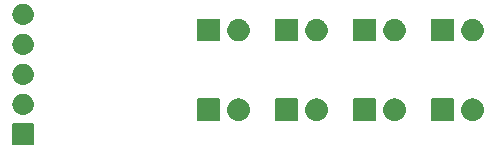
<source format=gbr>
G04 #@! TF.GenerationSoftware,KiCad,Pcbnew,6.0.0-unknown-ea0edab~86~ubuntu18.04.1*
G04 #@! TF.CreationDate,2019-07-07T11:36:40+02:00*
G04 #@! TF.ProjectId,ir-transmitter,69722d74-7261-46e7-936d-69747465722e,rev?*
G04 #@! TF.SameCoordinates,Original*
G04 #@! TF.FileFunction,Soldermask,Bot*
G04 #@! TF.FilePolarity,Negative*
%FSLAX46Y46*%
G04 Gerber Fmt 4.6, Leading zero omitted, Abs format (unit mm)*
G04 Created by KiCad (PCBNEW 6.0.0-unknown-ea0edab~86~ubuntu18.04.1) date 2019-07-07 11:36:40*
%MOMM*%
%LPD*%
G04 APERTURE LIST*
%ADD10C,0.100000*%
G04 APERTURE END LIST*
D10*
G36*
X83869899Y-144101959D02*
G01*
X83886769Y-144113231D01*
X83898041Y-144130101D01*
X83904448Y-144162312D01*
X83904448Y-145837688D01*
X83901999Y-145850000D01*
X83898041Y-145869899D01*
X83886769Y-145886769D01*
X83869899Y-145898041D01*
X83850000Y-145901999D01*
X83837688Y-145904448D01*
X82162312Y-145904448D01*
X82130101Y-145898041D01*
X82113231Y-145886769D01*
X82101959Y-145869899D01*
X82095552Y-145837688D01*
X82095552Y-144162312D01*
X82101959Y-144130101D01*
X82113231Y-144113231D01*
X82130101Y-144101959D01*
X82162312Y-144095552D01*
X83837688Y-144095552D01*
X83869899Y-144101959D01*
X83869899Y-144101959D01*
G37*
G36*
X121145675Y-141970627D02*
G01*
X121186905Y-141972680D01*
X121235080Y-141984468D01*
X121289954Y-141992963D01*
X121328728Y-142007383D01*
X121363176Y-142015812D01*
X121413544Y-142038925D01*
X121471037Y-142060307D01*
X121501173Y-142079138D01*
X121528107Y-142091498D01*
X121577922Y-142127097D01*
X121634880Y-142162688D01*
X121656387Y-142183168D01*
X121675749Y-142197005D01*
X121721931Y-142245585D01*
X121774790Y-142295922D01*
X121788404Y-142315511D01*
X121800782Y-142328531D01*
X121840083Y-142389866D01*
X121885052Y-142454569D01*
X121892145Y-142471119D01*
X121898683Y-142481322D01*
X121927818Y-142554349D01*
X121961162Y-142632146D01*
X121963606Y-142644051D01*
X121965928Y-142649872D01*
X121981813Y-142732748D01*
X122000010Y-142821400D01*
X121999988Y-142827580D01*
X122000056Y-142827932D01*
X121999404Y-143014704D01*
X121999335Y-143015053D01*
X121999313Y-143021237D01*
X121980491Y-143109785D01*
X121964034Y-143192522D01*
X121961671Y-143198327D01*
X121959144Y-143210215D01*
X121925246Y-143287806D01*
X121895613Y-143360599D01*
X121889009Y-143370748D01*
X121881797Y-143387257D01*
X121836357Y-143451672D01*
X121796645Y-143512707D01*
X121784180Y-143525637D01*
X121770430Y-143545129D01*
X121717221Y-143595096D01*
X121670704Y-143643349D01*
X121651248Y-143657048D01*
X121629593Y-143677384D01*
X121572380Y-143712582D01*
X121522323Y-143747828D01*
X121495302Y-143760000D01*
X121465039Y-143778618D01*
X121407399Y-143799597D01*
X121356868Y-143822360D01*
X121322362Y-143830549D01*
X121283490Y-143844697D01*
X121228568Y-143852807D01*
X121180307Y-143864260D01*
X121139057Y-143866025D01*
X121092363Y-143872920D01*
X121042741Y-143870146D01*
X120999000Y-143872017D01*
X120952403Y-143865095D01*
X120899464Y-143862135D01*
X120857057Y-143850931D01*
X120819504Y-143845352D01*
X120769566Y-143827815D01*
X120712673Y-143812783D01*
X120678600Y-143795869D01*
X120648288Y-143785224D01*
X120597557Y-143755639D01*
X120539621Y-143726879D01*
X120514245Y-143707053D01*
X120491528Y-143693805D01*
X120442930Y-143651335D01*
X120387378Y-143607933D01*
X120370292Y-143587857D01*
X120354884Y-143574392D01*
X120311628Y-143518928D01*
X120262161Y-143460804D01*
X120252277Y-143442825D01*
X120243285Y-143431295D01*
X120208661Y-143363488D01*
X120169086Y-143291501D01*
X120164749Y-143277492D01*
X120160760Y-143269679D01*
X120137983Y-143191022D01*
X120111955Y-143106941D01*
X120111095Y-143098173D01*
X120110285Y-143095375D01*
X120102295Y-143008423D01*
X120093102Y-142914663D01*
X120102949Y-142820976D01*
X120111546Y-142734079D01*
X120112376Y-142731287D01*
X120113297Y-142722521D01*
X120139920Y-142638594D01*
X120163237Y-142560129D01*
X120167280Y-142552346D01*
X120171715Y-142538365D01*
X120211811Y-142466621D01*
X120246891Y-142399090D01*
X120255956Y-142387632D01*
X120265969Y-142369716D01*
X120315849Y-142311930D01*
X120359484Y-142256776D01*
X120374984Y-142243420D01*
X120392210Y-142223464D01*
X120448069Y-142180447D01*
X120496959Y-142138321D01*
X120519768Y-142125232D01*
X120545281Y-142105584D01*
X120603401Y-142077237D01*
X120654350Y-142047999D01*
X120684746Y-142037562D01*
X120718928Y-142020891D01*
X120775921Y-142006258D01*
X120825983Y-141989069D01*
X120863572Y-141983753D01*
X120906059Y-141972844D01*
X120959020Y-141970254D01*
X121005663Y-141963657D01*
X121049388Y-141965834D01*
X121099028Y-141963406D01*
X121145675Y-141970627D01*
X121145675Y-141970627D01*
G37*
G36*
X101333675Y-141970627D02*
G01*
X101374905Y-141972680D01*
X101423080Y-141984468D01*
X101477954Y-141992963D01*
X101516728Y-142007383D01*
X101551176Y-142015812D01*
X101601544Y-142038925D01*
X101659037Y-142060307D01*
X101689173Y-142079138D01*
X101716107Y-142091498D01*
X101765922Y-142127097D01*
X101822880Y-142162688D01*
X101844387Y-142183168D01*
X101863749Y-142197005D01*
X101909931Y-142245585D01*
X101962790Y-142295922D01*
X101976404Y-142315511D01*
X101988782Y-142328531D01*
X102028083Y-142389866D01*
X102073052Y-142454569D01*
X102080145Y-142471119D01*
X102086683Y-142481322D01*
X102115818Y-142554349D01*
X102149162Y-142632146D01*
X102151606Y-142644051D01*
X102153928Y-142649872D01*
X102169813Y-142732748D01*
X102188010Y-142821400D01*
X102187988Y-142827580D01*
X102188056Y-142827932D01*
X102187404Y-143014704D01*
X102187335Y-143015053D01*
X102187313Y-143021237D01*
X102168491Y-143109785D01*
X102152034Y-143192522D01*
X102149671Y-143198327D01*
X102147144Y-143210215D01*
X102113246Y-143287806D01*
X102083613Y-143360599D01*
X102077009Y-143370748D01*
X102069797Y-143387257D01*
X102024357Y-143451672D01*
X101984645Y-143512707D01*
X101972180Y-143525637D01*
X101958430Y-143545129D01*
X101905221Y-143595096D01*
X101858704Y-143643349D01*
X101839248Y-143657048D01*
X101817593Y-143677384D01*
X101760380Y-143712582D01*
X101710323Y-143747828D01*
X101683302Y-143760000D01*
X101653039Y-143778618D01*
X101595399Y-143799597D01*
X101544868Y-143822360D01*
X101510362Y-143830549D01*
X101471490Y-143844697D01*
X101416568Y-143852807D01*
X101368307Y-143864260D01*
X101327057Y-143866025D01*
X101280363Y-143872920D01*
X101230741Y-143870146D01*
X101187000Y-143872017D01*
X101140403Y-143865095D01*
X101087464Y-143862135D01*
X101045057Y-143850931D01*
X101007504Y-143845352D01*
X100957566Y-143827815D01*
X100900673Y-143812783D01*
X100866600Y-143795869D01*
X100836288Y-143785224D01*
X100785557Y-143755639D01*
X100727621Y-143726879D01*
X100702245Y-143707053D01*
X100679528Y-143693805D01*
X100630930Y-143651335D01*
X100575378Y-143607933D01*
X100558292Y-143587857D01*
X100542884Y-143574392D01*
X100499628Y-143518928D01*
X100450161Y-143460804D01*
X100440277Y-143442825D01*
X100431285Y-143431295D01*
X100396661Y-143363488D01*
X100357086Y-143291501D01*
X100352749Y-143277492D01*
X100348760Y-143269679D01*
X100325983Y-143191022D01*
X100299955Y-143106941D01*
X100299095Y-143098173D01*
X100298285Y-143095375D01*
X100290295Y-143008423D01*
X100281102Y-142914663D01*
X100290949Y-142820976D01*
X100299546Y-142734079D01*
X100300376Y-142731287D01*
X100301297Y-142722521D01*
X100327920Y-142638594D01*
X100351237Y-142560129D01*
X100355280Y-142552346D01*
X100359715Y-142538365D01*
X100399811Y-142466621D01*
X100434891Y-142399090D01*
X100443956Y-142387632D01*
X100453969Y-142369716D01*
X100503849Y-142311930D01*
X100547484Y-142256776D01*
X100562984Y-142243420D01*
X100580210Y-142223464D01*
X100636069Y-142180447D01*
X100684959Y-142138321D01*
X100707768Y-142125232D01*
X100733281Y-142105584D01*
X100791401Y-142077237D01*
X100842350Y-142047999D01*
X100872746Y-142037562D01*
X100906928Y-142020891D01*
X100963921Y-142006258D01*
X101013983Y-141989069D01*
X101051572Y-141983753D01*
X101094059Y-141972844D01*
X101147020Y-141970254D01*
X101193663Y-141963657D01*
X101237388Y-141965834D01*
X101287028Y-141963406D01*
X101333675Y-141970627D01*
X101333675Y-141970627D01*
G37*
G36*
X107937675Y-141970627D02*
G01*
X107978905Y-141972680D01*
X108027080Y-141984468D01*
X108081954Y-141992963D01*
X108120728Y-142007383D01*
X108155176Y-142015812D01*
X108205544Y-142038925D01*
X108263037Y-142060307D01*
X108293173Y-142079138D01*
X108320107Y-142091498D01*
X108369922Y-142127097D01*
X108426880Y-142162688D01*
X108448387Y-142183168D01*
X108467749Y-142197005D01*
X108513931Y-142245585D01*
X108566790Y-142295922D01*
X108580404Y-142315511D01*
X108592782Y-142328531D01*
X108632083Y-142389866D01*
X108677052Y-142454569D01*
X108684145Y-142471119D01*
X108690683Y-142481322D01*
X108719818Y-142554349D01*
X108753162Y-142632146D01*
X108755606Y-142644051D01*
X108757928Y-142649872D01*
X108773813Y-142732748D01*
X108792010Y-142821400D01*
X108791988Y-142827580D01*
X108792056Y-142827932D01*
X108791404Y-143014704D01*
X108791335Y-143015053D01*
X108791313Y-143021237D01*
X108772491Y-143109785D01*
X108756034Y-143192522D01*
X108753671Y-143198327D01*
X108751144Y-143210215D01*
X108717246Y-143287806D01*
X108687613Y-143360599D01*
X108681009Y-143370748D01*
X108673797Y-143387257D01*
X108628357Y-143451672D01*
X108588645Y-143512707D01*
X108576180Y-143525637D01*
X108562430Y-143545129D01*
X108509221Y-143595096D01*
X108462704Y-143643349D01*
X108443248Y-143657048D01*
X108421593Y-143677384D01*
X108364380Y-143712582D01*
X108314323Y-143747828D01*
X108287302Y-143760000D01*
X108257039Y-143778618D01*
X108199399Y-143799597D01*
X108148868Y-143822360D01*
X108114362Y-143830549D01*
X108075490Y-143844697D01*
X108020568Y-143852807D01*
X107972307Y-143864260D01*
X107931057Y-143866025D01*
X107884363Y-143872920D01*
X107834741Y-143870146D01*
X107791000Y-143872017D01*
X107744403Y-143865095D01*
X107691464Y-143862135D01*
X107649057Y-143850931D01*
X107611504Y-143845352D01*
X107561566Y-143827815D01*
X107504673Y-143812783D01*
X107470600Y-143795869D01*
X107440288Y-143785224D01*
X107389557Y-143755639D01*
X107331621Y-143726879D01*
X107306245Y-143707053D01*
X107283528Y-143693805D01*
X107234930Y-143651335D01*
X107179378Y-143607933D01*
X107162292Y-143587857D01*
X107146884Y-143574392D01*
X107103628Y-143518928D01*
X107054161Y-143460804D01*
X107044277Y-143442825D01*
X107035285Y-143431295D01*
X107000661Y-143363488D01*
X106961086Y-143291501D01*
X106956749Y-143277492D01*
X106952760Y-143269679D01*
X106929983Y-143191022D01*
X106903955Y-143106941D01*
X106903095Y-143098173D01*
X106902285Y-143095375D01*
X106894295Y-143008423D01*
X106885102Y-142914663D01*
X106894949Y-142820976D01*
X106903546Y-142734079D01*
X106904376Y-142731287D01*
X106905297Y-142722521D01*
X106931920Y-142638594D01*
X106955237Y-142560129D01*
X106959280Y-142552346D01*
X106963715Y-142538365D01*
X107003811Y-142466621D01*
X107038891Y-142399090D01*
X107047956Y-142387632D01*
X107057969Y-142369716D01*
X107107849Y-142311930D01*
X107151484Y-142256776D01*
X107166984Y-142243420D01*
X107184210Y-142223464D01*
X107240069Y-142180447D01*
X107288959Y-142138321D01*
X107311768Y-142125232D01*
X107337281Y-142105584D01*
X107395401Y-142077237D01*
X107446350Y-142047999D01*
X107476746Y-142037562D01*
X107510928Y-142020891D01*
X107567921Y-142006258D01*
X107617983Y-141989069D01*
X107655572Y-141983753D01*
X107698059Y-141972844D01*
X107751020Y-141970254D01*
X107797663Y-141963657D01*
X107841388Y-141965834D01*
X107891028Y-141963406D01*
X107937675Y-141970627D01*
X107937675Y-141970627D01*
G37*
G36*
X114541675Y-141970627D02*
G01*
X114582905Y-141972680D01*
X114631080Y-141984468D01*
X114685954Y-141992963D01*
X114724728Y-142007383D01*
X114759176Y-142015812D01*
X114809544Y-142038925D01*
X114867037Y-142060307D01*
X114897173Y-142079138D01*
X114924107Y-142091498D01*
X114973922Y-142127097D01*
X115030880Y-142162688D01*
X115052387Y-142183168D01*
X115071749Y-142197005D01*
X115117931Y-142245585D01*
X115170790Y-142295922D01*
X115184404Y-142315511D01*
X115196782Y-142328531D01*
X115236083Y-142389866D01*
X115281052Y-142454569D01*
X115288145Y-142471119D01*
X115294683Y-142481322D01*
X115323818Y-142554349D01*
X115357162Y-142632146D01*
X115359606Y-142644051D01*
X115361928Y-142649872D01*
X115377813Y-142732748D01*
X115396010Y-142821400D01*
X115395988Y-142827580D01*
X115396056Y-142827932D01*
X115395404Y-143014704D01*
X115395335Y-143015053D01*
X115395313Y-143021237D01*
X115376491Y-143109785D01*
X115360034Y-143192522D01*
X115357671Y-143198327D01*
X115355144Y-143210215D01*
X115321246Y-143287806D01*
X115291613Y-143360599D01*
X115285009Y-143370748D01*
X115277797Y-143387257D01*
X115232357Y-143451672D01*
X115192645Y-143512707D01*
X115180180Y-143525637D01*
X115166430Y-143545129D01*
X115113221Y-143595096D01*
X115066704Y-143643349D01*
X115047248Y-143657048D01*
X115025593Y-143677384D01*
X114968380Y-143712582D01*
X114918323Y-143747828D01*
X114891302Y-143760000D01*
X114861039Y-143778618D01*
X114803399Y-143799597D01*
X114752868Y-143822360D01*
X114718362Y-143830549D01*
X114679490Y-143844697D01*
X114624568Y-143852807D01*
X114576307Y-143864260D01*
X114535057Y-143866025D01*
X114488363Y-143872920D01*
X114438741Y-143870146D01*
X114395000Y-143872017D01*
X114348403Y-143865095D01*
X114295464Y-143862135D01*
X114253057Y-143850931D01*
X114215504Y-143845352D01*
X114165566Y-143827815D01*
X114108673Y-143812783D01*
X114074600Y-143795869D01*
X114044288Y-143785224D01*
X113993557Y-143755639D01*
X113935621Y-143726879D01*
X113910245Y-143707053D01*
X113887528Y-143693805D01*
X113838930Y-143651335D01*
X113783378Y-143607933D01*
X113766292Y-143587857D01*
X113750884Y-143574392D01*
X113707628Y-143518928D01*
X113658161Y-143460804D01*
X113648277Y-143442825D01*
X113639285Y-143431295D01*
X113604661Y-143363488D01*
X113565086Y-143291501D01*
X113560749Y-143277492D01*
X113556760Y-143269679D01*
X113533983Y-143191022D01*
X113507955Y-143106941D01*
X113507095Y-143098173D01*
X113506285Y-143095375D01*
X113498295Y-143008423D01*
X113489102Y-142914663D01*
X113498949Y-142820976D01*
X113507546Y-142734079D01*
X113508376Y-142731287D01*
X113509297Y-142722521D01*
X113535920Y-142638594D01*
X113559237Y-142560129D01*
X113563280Y-142552346D01*
X113567715Y-142538365D01*
X113607811Y-142466621D01*
X113642891Y-142399090D01*
X113651956Y-142387632D01*
X113661969Y-142369716D01*
X113711849Y-142311930D01*
X113755484Y-142256776D01*
X113770984Y-142243420D01*
X113788210Y-142223464D01*
X113844069Y-142180447D01*
X113892959Y-142138321D01*
X113915768Y-142125232D01*
X113941281Y-142105584D01*
X113999401Y-142077237D01*
X114050350Y-142047999D01*
X114080746Y-142037562D01*
X114114928Y-142020891D01*
X114171921Y-142006258D01*
X114221983Y-141989069D01*
X114259572Y-141983753D01*
X114302059Y-141972844D01*
X114355020Y-141970254D01*
X114401663Y-141963657D01*
X114445388Y-141965834D01*
X114495028Y-141963406D01*
X114541675Y-141970627D01*
X114541675Y-141970627D01*
G37*
G36*
X112824899Y-141969959D02*
G01*
X112841769Y-141981231D01*
X112853041Y-141998101D01*
X112859448Y-142030312D01*
X112859448Y-143805688D01*
X112856999Y-143818000D01*
X112853041Y-143837899D01*
X112841769Y-143854769D01*
X112824899Y-143866041D01*
X112805000Y-143869999D01*
X112792688Y-143872448D01*
X111017312Y-143872448D01*
X110985101Y-143866041D01*
X110968231Y-143854769D01*
X110956959Y-143837899D01*
X110950552Y-143805688D01*
X110950552Y-142030312D01*
X110956959Y-141998101D01*
X110968231Y-141981231D01*
X110985101Y-141969959D01*
X111017312Y-141963552D01*
X112792688Y-141963552D01*
X112824899Y-141969959D01*
X112824899Y-141969959D01*
G37*
G36*
X106220899Y-141969959D02*
G01*
X106237769Y-141981231D01*
X106249041Y-141998101D01*
X106255448Y-142030312D01*
X106255448Y-143805688D01*
X106252999Y-143818000D01*
X106249041Y-143837899D01*
X106237769Y-143854769D01*
X106220899Y-143866041D01*
X106201000Y-143869999D01*
X106188688Y-143872448D01*
X104413312Y-143872448D01*
X104381101Y-143866041D01*
X104364231Y-143854769D01*
X104352959Y-143837899D01*
X104346552Y-143805688D01*
X104346552Y-142030312D01*
X104352959Y-141998101D01*
X104364231Y-141981231D01*
X104381101Y-141969959D01*
X104413312Y-141963552D01*
X106188688Y-141963552D01*
X106220899Y-141969959D01*
X106220899Y-141969959D01*
G37*
G36*
X99616899Y-141969959D02*
G01*
X99633769Y-141981231D01*
X99645041Y-141998101D01*
X99651448Y-142030312D01*
X99651448Y-143805688D01*
X99648999Y-143818000D01*
X99645041Y-143837899D01*
X99633769Y-143854769D01*
X99616899Y-143866041D01*
X99597000Y-143869999D01*
X99584688Y-143872448D01*
X97809312Y-143872448D01*
X97777101Y-143866041D01*
X97760231Y-143854769D01*
X97748959Y-143837899D01*
X97742552Y-143805688D01*
X97742552Y-142030312D01*
X97748959Y-141998101D01*
X97760231Y-141981231D01*
X97777101Y-141969959D01*
X97809312Y-141963552D01*
X99584688Y-141963552D01*
X99616899Y-141969959D01*
X99616899Y-141969959D01*
G37*
G36*
X119428899Y-141969959D02*
G01*
X119445769Y-141981231D01*
X119457041Y-141998101D01*
X119463448Y-142030312D01*
X119463448Y-143805688D01*
X119460999Y-143818000D01*
X119457041Y-143837899D01*
X119445769Y-143854769D01*
X119428899Y-143866041D01*
X119409000Y-143869999D01*
X119396688Y-143872448D01*
X117621312Y-143872448D01*
X117589101Y-143866041D01*
X117572231Y-143854769D01*
X117560959Y-143837899D01*
X117554552Y-143805688D01*
X117554552Y-142030312D01*
X117560959Y-141998101D01*
X117572231Y-141981231D01*
X117589101Y-141969959D01*
X117621312Y-141963552D01*
X119396688Y-141963552D01*
X119428899Y-141969959D01*
X119428899Y-141969959D01*
G37*
G36*
X83188360Y-141573835D02*
G01*
X83269397Y-141600166D01*
X83356663Y-141627848D01*
X83359655Y-141629493D01*
X83368488Y-141632363D01*
X83440466Y-141673919D01*
X83511499Y-141712970D01*
X83518986Y-141719253D01*
X83532511Y-141727061D01*
X83590259Y-141779057D01*
X83646857Y-141826549D01*
X83656962Y-141839118D01*
X83673261Y-141853793D01*
X83715454Y-141911867D01*
X83757579Y-141964260D01*
X83767994Y-141984182D01*
X83784586Y-142007019D01*
X83811297Y-142067012D01*
X83839439Y-142120843D01*
X83847582Y-142148510D01*
X83861621Y-142180042D01*
X83873992Y-142238241D01*
X83889328Y-142290349D01*
X83892518Y-142325401D01*
X83900999Y-142365301D01*
X83900999Y-142418592D01*
X83905343Y-142466324D01*
X83900999Y-142507653D01*
X83900999Y-142554699D01*
X83891217Y-142600721D01*
X83886873Y-142642047D01*
X83872702Y-142687827D01*
X83861621Y-142739958D01*
X83845028Y-142777226D01*
X83834622Y-142810843D01*
X83808789Y-142858620D01*
X83784586Y-142912981D01*
X83764298Y-142940905D01*
X83750580Y-142966276D01*
X83711859Y-143013082D01*
X83673261Y-143066207D01*
X83652284Y-143085095D01*
X83637952Y-143102419D01*
X83585845Y-143144917D01*
X83532511Y-143192939D01*
X83513524Y-143203901D01*
X83501025Y-143214095D01*
X83435780Y-143248786D01*
X83368488Y-143287637D01*
X83353636Y-143292463D01*
X83345003Y-143297053D01*
X83267430Y-143320473D01*
X83188360Y-143346165D01*
X83179114Y-143347137D01*
X83175851Y-143348122D01*
X83084710Y-143357059D01*
X83047211Y-143361000D01*
X82952789Y-143361000D01*
X82811640Y-143346165D01*
X82730603Y-143319834D01*
X82643337Y-143292152D01*
X82640345Y-143290507D01*
X82631512Y-143287637D01*
X82559534Y-143246081D01*
X82488501Y-143207030D01*
X82481014Y-143200747D01*
X82467489Y-143192939D01*
X82409741Y-143140943D01*
X82353143Y-143093451D01*
X82343038Y-143080882D01*
X82326739Y-143066207D01*
X82284546Y-143008133D01*
X82242421Y-142955740D01*
X82232006Y-142935818D01*
X82215414Y-142912981D01*
X82188703Y-142852988D01*
X82160561Y-142799157D01*
X82152418Y-142771490D01*
X82138379Y-142739958D01*
X82126008Y-142681759D01*
X82110672Y-142629651D01*
X82107482Y-142594599D01*
X82099001Y-142554699D01*
X82099001Y-142501408D01*
X82094657Y-142453676D01*
X82099001Y-142412347D01*
X82099001Y-142365301D01*
X82108783Y-142319279D01*
X82113127Y-142277953D01*
X82127298Y-142232173D01*
X82138379Y-142180042D01*
X82154972Y-142142774D01*
X82165378Y-142109157D01*
X82191211Y-142061380D01*
X82215414Y-142007019D01*
X82235702Y-141979095D01*
X82249420Y-141953724D01*
X82288141Y-141906918D01*
X82326739Y-141853793D01*
X82347716Y-141834905D01*
X82362048Y-141817581D01*
X82414155Y-141775083D01*
X82467489Y-141727061D01*
X82486476Y-141716099D01*
X82498975Y-141705905D01*
X82564220Y-141671214D01*
X82631512Y-141632363D01*
X82646364Y-141627537D01*
X82654997Y-141622947D01*
X82732570Y-141599527D01*
X82811640Y-141573835D01*
X82820886Y-141572863D01*
X82824149Y-141571878D01*
X82915290Y-141562941D01*
X82952789Y-141559000D01*
X83047211Y-141559000D01*
X83188360Y-141573835D01*
X83188360Y-141573835D01*
G37*
G36*
X83188360Y-139033835D02*
G01*
X83269397Y-139060166D01*
X83356663Y-139087848D01*
X83359655Y-139089493D01*
X83368488Y-139092363D01*
X83440466Y-139133919D01*
X83511499Y-139172970D01*
X83518986Y-139179253D01*
X83532511Y-139187061D01*
X83590259Y-139239057D01*
X83646857Y-139286549D01*
X83656962Y-139299118D01*
X83673261Y-139313793D01*
X83715454Y-139371867D01*
X83757579Y-139424260D01*
X83767994Y-139444182D01*
X83784586Y-139467019D01*
X83811297Y-139527012D01*
X83839439Y-139580843D01*
X83847582Y-139608510D01*
X83861621Y-139640042D01*
X83873992Y-139698241D01*
X83889328Y-139750349D01*
X83892518Y-139785401D01*
X83900999Y-139825301D01*
X83900999Y-139878592D01*
X83905343Y-139926324D01*
X83900999Y-139967653D01*
X83900999Y-140014699D01*
X83891217Y-140060721D01*
X83886873Y-140102047D01*
X83872702Y-140147827D01*
X83861621Y-140199958D01*
X83845028Y-140237226D01*
X83834622Y-140270843D01*
X83808789Y-140318620D01*
X83784586Y-140372981D01*
X83764298Y-140400905D01*
X83750580Y-140426276D01*
X83711859Y-140473082D01*
X83673261Y-140526207D01*
X83652284Y-140545095D01*
X83637952Y-140562419D01*
X83585845Y-140604917D01*
X83532511Y-140652939D01*
X83513524Y-140663901D01*
X83501025Y-140674095D01*
X83435780Y-140708786D01*
X83368488Y-140747637D01*
X83353636Y-140752463D01*
X83345003Y-140757053D01*
X83267430Y-140780473D01*
X83188360Y-140806165D01*
X83179114Y-140807137D01*
X83175851Y-140808122D01*
X83084710Y-140817059D01*
X83047211Y-140821000D01*
X82952789Y-140821000D01*
X82811640Y-140806165D01*
X82730603Y-140779834D01*
X82643337Y-140752152D01*
X82640345Y-140750507D01*
X82631512Y-140747637D01*
X82559534Y-140706081D01*
X82488501Y-140667030D01*
X82481014Y-140660747D01*
X82467489Y-140652939D01*
X82409741Y-140600943D01*
X82353143Y-140553451D01*
X82343038Y-140540882D01*
X82326739Y-140526207D01*
X82284546Y-140468133D01*
X82242421Y-140415740D01*
X82232006Y-140395818D01*
X82215414Y-140372981D01*
X82188703Y-140312988D01*
X82160561Y-140259157D01*
X82152418Y-140231490D01*
X82138379Y-140199958D01*
X82126008Y-140141759D01*
X82110672Y-140089651D01*
X82107482Y-140054599D01*
X82099001Y-140014699D01*
X82099001Y-139961408D01*
X82094657Y-139913676D01*
X82099001Y-139872347D01*
X82099001Y-139825301D01*
X82108783Y-139779279D01*
X82113127Y-139737953D01*
X82127298Y-139692173D01*
X82138379Y-139640042D01*
X82154972Y-139602774D01*
X82165378Y-139569157D01*
X82191211Y-139521380D01*
X82215414Y-139467019D01*
X82235702Y-139439095D01*
X82249420Y-139413724D01*
X82288141Y-139366918D01*
X82326739Y-139313793D01*
X82347716Y-139294905D01*
X82362048Y-139277581D01*
X82414155Y-139235083D01*
X82467489Y-139187061D01*
X82486476Y-139176099D01*
X82498975Y-139165905D01*
X82564220Y-139131214D01*
X82631512Y-139092363D01*
X82646364Y-139087537D01*
X82654997Y-139082947D01*
X82732570Y-139059527D01*
X82811640Y-139033835D01*
X82820886Y-139032863D01*
X82824149Y-139031878D01*
X82915290Y-139022941D01*
X82952789Y-139019000D01*
X83047211Y-139019000D01*
X83188360Y-139033835D01*
X83188360Y-139033835D01*
G37*
G36*
X83188360Y-136493835D02*
G01*
X83269397Y-136520166D01*
X83356663Y-136547848D01*
X83359655Y-136549493D01*
X83368488Y-136552363D01*
X83440466Y-136593919D01*
X83511499Y-136632970D01*
X83518986Y-136639253D01*
X83532511Y-136647061D01*
X83590259Y-136699057D01*
X83646857Y-136746549D01*
X83656962Y-136759118D01*
X83673261Y-136773793D01*
X83715454Y-136831867D01*
X83757579Y-136884260D01*
X83767994Y-136904182D01*
X83784586Y-136927019D01*
X83811297Y-136987012D01*
X83839439Y-137040843D01*
X83847582Y-137068510D01*
X83861621Y-137100042D01*
X83873992Y-137158241D01*
X83889328Y-137210349D01*
X83892518Y-137245401D01*
X83900999Y-137285301D01*
X83900999Y-137338592D01*
X83905343Y-137386324D01*
X83900999Y-137427653D01*
X83900999Y-137474699D01*
X83891217Y-137520721D01*
X83886873Y-137562047D01*
X83872702Y-137607827D01*
X83861621Y-137659958D01*
X83845028Y-137697226D01*
X83834622Y-137730843D01*
X83808789Y-137778620D01*
X83784586Y-137832981D01*
X83764298Y-137860905D01*
X83750580Y-137886276D01*
X83711859Y-137933082D01*
X83673261Y-137986207D01*
X83652284Y-138005095D01*
X83637952Y-138022419D01*
X83585845Y-138064917D01*
X83532511Y-138112939D01*
X83513524Y-138123901D01*
X83501025Y-138134095D01*
X83435780Y-138168786D01*
X83368488Y-138207637D01*
X83353636Y-138212463D01*
X83345003Y-138217053D01*
X83267430Y-138240473D01*
X83188360Y-138266165D01*
X83179114Y-138267137D01*
X83175851Y-138268122D01*
X83084710Y-138277059D01*
X83047211Y-138281000D01*
X82952789Y-138281000D01*
X82811640Y-138266165D01*
X82730603Y-138239834D01*
X82643337Y-138212152D01*
X82640345Y-138210507D01*
X82631512Y-138207637D01*
X82559534Y-138166081D01*
X82488501Y-138127030D01*
X82481014Y-138120747D01*
X82467489Y-138112939D01*
X82409741Y-138060943D01*
X82353143Y-138013451D01*
X82343038Y-138000882D01*
X82326739Y-137986207D01*
X82284546Y-137928133D01*
X82242421Y-137875740D01*
X82232006Y-137855818D01*
X82215414Y-137832981D01*
X82188703Y-137772988D01*
X82160561Y-137719157D01*
X82152418Y-137691490D01*
X82138379Y-137659958D01*
X82126008Y-137601759D01*
X82110672Y-137549651D01*
X82107482Y-137514599D01*
X82099001Y-137474699D01*
X82099001Y-137421408D01*
X82094657Y-137373676D01*
X82099001Y-137332347D01*
X82099001Y-137285301D01*
X82108783Y-137239279D01*
X82113127Y-137197953D01*
X82127298Y-137152173D01*
X82138379Y-137100042D01*
X82154972Y-137062774D01*
X82165378Y-137029157D01*
X82191211Y-136981380D01*
X82215414Y-136927019D01*
X82235702Y-136899095D01*
X82249420Y-136873724D01*
X82288141Y-136826918D01*
X82326739Y-136773793D01*
X82347716Y-136754905D01*
X82362048Y-136737581D01*
X82414155Y-136695083D01*
X82467489Y-136647061D01*
X82486476Y-136636099D01*
X82498975Y-136625905D01*
X82564220Y-136591214D01*
X82631512Y-136552363D01*
X82646364Y-136547537D01*
X82654997Y-136542947D01*
X82732570Y-136519527D01*
X82811640Y-136493835D01*
X82820886Y-136492863D01*
X82824149Y-136491878D01*
X82915290Y-136482941D01*
X82952789Y-136479000D01*
X83047211Y-136479000D01*
X83188360Y-136493835D01*
X83188360Y-136493835D01*
G37*
G36*
X114541675Y-135239627D02*
G01*
X114582905Y-135241680D01*
X114631080Y-135253468D01*
X114685954Y-135261963D01*
X114724728Y-135276383D01*
X114759176Y-135284812D01*
X114809544Y-135307925D01*
X114867037Y-135329307D01*
X114897173Y-135348138D01*
X114924107Y-135360498D01*
X114973922Y-135396097D01*
X115030880Y-135431688D01*
X115052387Y-135452168D01*
X115071749Y-135466005D01*
X115117931Y-135514585D01*
X115170790Y-135564922D01*
X115184404Y-135584511D01*
X115196782Y-135597531D01*
X115236083Y-135658866D01*
X115281052Y-135723569D01*
X115288145Y-135740119D01*
X115294683Y-135750322D01*
X115323818Y-135823349D01*
X115357162Y-135901146D01*
X115359606Y-135913051D01*
X115361928Y-135918872D01*
X115377813Y-136001748D01*
X115396010Y-136090400D01*
X115395988Y-136096580D01*
X115396056Y-136096932D01*
X115395404Y-136283704D01*
X115395335Y-136284053D01*
X115395313Y-136290237D01*
X115376491Y-136378785D01*
X115360034Y-136461522D01*
X115357671Y-136467327D01*
X115355144Y-136479215D01*
X115321246Y-136556806D01*
X115291613Y-136629599D01*
X115285009Y-136639748D01*
X115277797Y-136656257D01*
X115232357Y-136720672D01*
X115192645Y-136781707D01*
X115180180Y-136794637D01*
X115166430Y-136814129D01*
X115113221Y-136864096D01*
X115066704Y-136912349D01*
X115047248Y-136926048D01*
X115025593Y-136946384D01*
X114968380Y-136981582D01*
X114918323Y-137016828D01*
X114891302Y-137029000D01*
X114861039Y-137047618D01*
X114803399Y-137068597D01*
X114752868Y-137091360D01*
X114718362Y-137099549D01*
X114679490Y-137113697D01*
X114624568Y-137121807D01*
X114576307Y-137133260D01*
X114535057Y-137135025D01*
X114488363Y-137141920D01*
X114438741Y-137139146D01*
X114395000Y-137141017D01*
X114348403Y-137134095D01*
X114295464Y-137131135D01*
X114253057Y-137119931D01*
X114215504Y-137114352D01*
X114165566Y-137096815D01*
X114108673Y-137081783D01*
X114074600Y-137064869D01*
X114044288Y-137054224D01*
X113993557Y-137024639D01*
X113935621Y-136995879D01*
X113910245Y-136976053D01*
X113887528Y-136962805D01*
X113838930Y-136920335D01*
X113783378Y-136876933D01*
X113766292Y-136856857D01*
X113750884Y-136843392D01*
X113707628Y-136787928D01*
X113658161Y-136729804D01*
X113648277Y-136711825D01*
X113639285Y-136700295D01*
X113604661Y-136632488D01*
X113565086Y-136560501D01*
X113560749Y-136546492D01*
X113556760Y-136538679D01*
X113533983Y-136460022D01*
X113507955Y-136375941D01*
X113507095Y-136367173D01*
X113506285Y-136364375D01*
X113498295Y-136277423D01*
X113489102Y-136183663D01*
X113498949Y-136089976D01*
X113507546Y-136003079D01*
X113508376Y-136000287D01*
X113509297Y-135991521D01*
X113535920Y-135907594D01*
X113559237Y-135829129D01*
X113563280Y-135821346D01*
X113567715Y-135807365D01*
X113607811Y-135735621D01*
X113642891Y-135668090D01*
X113651956Y-135656632D01*
X113661969Y-135638716D01*
X113711849Y-135580930D01*
X113755484Y-135525776D01*
X113770984Y-135512420D01*
X113788210Y-135492464D01*
X113844069Y-135449447D01*
X113892959Y-135407321D01*
X113915768Y-135394232D01*
X113941281Y-135374584D01*
X113999401Y-135346237D01*
X114050350Y-135316999D01*
X114080746Y-135306562D01*
X114114928Y-135289891D01*
X114171921Y-135275258D01*
X114221983Y-135258069D01*
X114259572Y-135252753D01*
X114302059Y-135241844D01*
X114355020Y-135239254D01*
X114401663Y-135232657D01*
X114445388Y-135234834D01*
X114495028Y-135232406D01*
X114541675Y-135239627D01*
X114541675Y-135239627D01*
G37*
G36*
X121145675Y-135239627D02*
G01*
X121186905Y-135241680D01*
X121235080Y-135253468D01*
X121289954Y-135261963D01*
X121328728Y-135276383D01*
X121363176Y-135284812D01*
X121413544Y-135307925D01*
X121471037Y-135329307D01*
X121501173Y-135348138D01*
X121528107Y-135360498D01*
X121577922Y-135396097D01*
X121634880Y-135431688D01*
X121656387Y-135452168D01*
X121675749Y-135466005D01*
X121721931Y-135514585D01*
X121774790Y-135564922D01*
X121788404Y-135584511D01*
X121800782Y-135597531D01*
X121840083Y-135658866D01*
X121885052Y-135723569D01*
X121892145Y-135740119D01*
X121898683Y-135750322D01*
X121927818Y-135823349D01*
X121961162Y-135901146D01*
X121963606Y-135913051D01*
X121965928Y-135918872D01*
X121981813Y-136001748D01*
X122000010Y-136090400D01*
X121999988Y-136096580D01*
X122000056Y-136096932D01*
X121999404Y-136283704D01*
X121999335Y-136284053D01*
X121999313Y-136290237D01*
X121980491Y-136378785D01*
X121964034Y-136461522D01*
X121961671Y-136467327D01*
X121959144Y-136479215D01*
X121925246Y-136556806D01*
X121895613Y-136629599D01*
X121889009Y-136639748D01*
X121881797Y-136656257D01*
X121836357Y-136720672D01*
X121796645Y-136781707D01*
X121784180Y-136794637D01*
X121770430Y-136814129D01*
X121717221Y-136864096D01*
X121670704Y-136912349D01*
X121651248Y-136926048D01*
X121629593Y-136946384D01*
X121572380Y-136981582D01*
X121522323Y-137016828D01*
X121495302Y-137029000D01*
X121465039Y-137047618D01*
X121407399Y-137068597D01*
X121356868Y-137091360D01*
X121322362Y-137099549D01*
X121283490Y-137113697D01*
X121228568Y-137121807D01*
X121180307Y-137133260D01*
X121139057Y-137135025D01*
X121092363Y-137141920D01*
X121042741Y-137139146D01*
X120999000Y-137141017D01*
X120952403Y-137134095D01*
X120899464Y-137131135D01*
X120857057Y-137119931D01*
X120819504Y-137114352D01*
X120769566Y-137096815D01*
X120712673Y-137081783D01*
X120678600Y-137064869D01*
X120648288Y-137054224D01*
X120597557Y-137024639D01*
X120539621Y-136995879D01*
X120514245Y-136976053D01*
X120491528Y-136962805D01*
X120442930Y-136920335D01*
X120387378Y-136876933D01*
X120370292Y-136856857D01*
X120354884Y-136843392D01*
X120311628Y-136787928D01*
X120262161Y-136729804D01*
X120252277Y-136711825D01*
X120243285Y-136700295D01*
X120208661Y-136632488D01*
X120169086Y-136560501D01*
X120164749Y-136546492D01*
X120160760Y-136538679D01*
X120137983Y-136460022D01*
X120111955Y-136375941D01*
X120111095Y-136367173D01*
X120110285Y-136364375D01*
X120102295Y-136277423D01*
X120093102Y-136183663D01*
X120102949Y-136089976D01*
X120111546Y-136003079D01*
X120112376Y-136000287D01*
X120113297Y-135991521D01*
X120139920Y-135907594D01*
X120163237Y-135829129D01*
X120167280Y-135821346D01*
X120171715Y-135807365D01*
X120211811Y-135735621D01*
X120246891Y-135668090D01*
X120255956Y-135656632D01*
X120265969Y-135638716D01*
X120315849Y-135580930D01*
X120359484Y-135525776D01*
X120374984Y-135512420D01*
X120392210Y-135492464D01*
X120448069Y-135449447D01*
X120496959Y-135407321D01*
X120519768Y-135394232D01*
X120545281Y-135374584D01*
X120603401Y-135346237D01*
X120654350Y-135316999D01*
X120684746Y-135306562D01*
X120718928Y-135289891D01*
X120775921Y-135275258D01*
X120825983Y-135258069D01*
X120863572Y-135252753D01*
X120906059Y-135241844D01*
X120959020Y-135239254D01*
X121005663Y-135232657D01*
X121049388Y-135234834D01*
X121099028Y-135232406D01*
X121145675Y-135239627D01*
X121145675Y-135239627D01*
G37*
G36*
X107937675Y-135239627D02*
G01*
X107978905Y-135241680D01*
X108027080Y-135253468D01*
X108081954Y-135261963D01*
X108120728Y-135276383D01*
X108155176Y-135284812D01*
X108205544Y-135307925D01*
X108263037Y-135329307D01*
X108293173Y-135348138D01*
X108320107Y-135360498D01*
X108369922Y-135396097D01*
X108426880Y-135431688D01*
X108448387Y-135452168D01*
X108467749Y-135466005D01*
X108513931Y-135514585D01*
X108566790Y-135564922D01*
X108580404Y-135584511D01*
X108592782Y-135597531D01*
X108632083Y-135658866D01*
X108677052Y-135723569D01*
X108684145Y-135740119D01*
X108690683Y-135750322D01*
X108719818Y-135823349D01*
X108753162Y-135901146D01*
X108755606Y-135913051D01*
X108757928Y-135918872D01*
X108773813Y-136001748D01*
X108792010Y-136090400D01*
X108791988Y-136096580D01*
X108792056Y-136096932D01*
X108791404Y-136283704D01*
X108791335Y-136284053D01*
X108791313Y-136290237D01*
X108772491Y-136378785D01*
X108756034Y-136461522D01*
X108753671Y-136467327D01*
X108751144Y-136479215D01*
X108717246Y-136556806D01*
X108687613Y-136629599D01*
X108681009Y-136639748D01*
X108673797Y-136656257D01*
X108628357Y-136720672D01*
X108588645Y-136781707D01*
X108576180Y-136794637D01*
X108562430Y-136814129D01*
X108509221Y-136864096D01*
X108462704Y-136912349D01*
X108443248Y-136926048D01*
X108421593Y-136946384D01*
X108364380Y-136981582D01*
X108314323Y-137016828D01*
X108287302Y-137029000D01*
X108257039Y-137047618D01*
X108199399Y-137068597D01*
X108148868Y-137091360D01*
X108114362Y-137099549D01*
X108075490Y-137113697D01*
X108020568Y-137121807D01*
X107972307Y-137133260D01*
X107931057Y-137135025D01*
X107884363Y-137141920D01*
X107834741Y-137139146D01*
X107791000Y-137141017D01*
X107744403Y-137134095D01*
X107691464Y-137131135D01*
X107649057Y-137119931D01*
X107611504Y-137114352D01*
X107561566Y-137096815D01*
X107504673Y-137081783D01*
X107470600Y-137064869D01*
X107440288Y-137054224D01*
X107389557Y-137024639D01*
X107331621Y-136995879D01*
X107306245Y-136976053D01*
X107283528Y-136962805D01*
X107234930Y-136920335D01*
X107179378Y-136876933D01*
X107162292Y-136856857D01*
X107146884Y-136843392D01*
X107103628Y-136787928D01*
X107054161Y-136729804D01*
X107044277Y-136711825D01*
X107035285Y-136700295D01*
X107000661Y-136632488D01*
X106961086Y-136560501D01*
X106956749Y-136546492D01*
X106952760Y-136538679D01*
X106929983Y-136460022D01*
X106903955Y-136375941D01*
X106903095Y-136367173D01*
X106902285Y-136364375D01*
X106894295Y-136277423D01*
X106885102Y-136183663D01*
X106894949Y-136089976D01*
X106903546Y-136003079D01*
X106904376Y-136000287D01*
X106905297Y-135991521D01*
X106931920Y-135907594D01*
X106955237Y-135829129D01*
X106959280Y-135821346D01*
X106963715Y-135807365D01*
X107003811Y-135735621D01*
X107038891Y-135668090D01*
X107047956Y-135656632D01*
X107057969Y-135638716D01*
X107107849Y-135580930D01*
X107151484Y-135525776D01*
X107166984Y-135512420D01*
X107184210Y-135492464D01*
X107240069Y-135449447D01*
X107288959Y-135407321D01*
X107311768Y-135394232D01*
X107337281Y-135374584D01*
X107395401Y-135346237D01*
X107446350Y-135316999D01*
X107476746Y-135306562D01*
X107510928Y-135289891D01*
X107567921Y-135275258D01*
X107617983Y-135258069D01*
X107655572Y-135252753D01*
X107698059Y-135241844D01*
X107751020Y-135239254D01*
X107797663Y-135232657D01*
X107841388Y-135234834D01*
X107891028Y-135232406D01*
X107937675Y-135239627D01*
X107937675Y-135239627D01*
G37*
G36*
X101333675Y-135239627D02*
G01*
X101374905Y-135241680D01*
X101423080Y-135253468D01*
X101477954Y-135261963D01*
X101516728Y-135276383D01*
X101551176Y-135284812D01*
X101601544Y-135307925D01*
X101659037Y-135329307D01*
X101689173Y-135348138D01*
X101716107Y-135360498D01*
X101765922Y-135396097D01*
X101822880Y-135431688D01*
X101844387Y-135452168D01*
X101863749Y-135466005D01*
X101909931Y-135514585D01*
X101962790Y-135564922D01*
X101976404Y-135584511D01*
X101988782Y-135597531D01*
X102028083Y-135658866D01*
X102073052Y-135723569D01*
X102080145Y-135740119D01*
X102086683Y-135750322D01*
X102115818Y-135823349D01*
X102149162Y-135901146D01*
X102151606Y-135913051D01*
X102153928Y-135918872D01*
X102169813Y-136001748D01*
X102188010Y-136090400D01*
X102187988Y-136096580D01*
X102188056Y-136096932D01*
X102187404Y-136283704D01*
X102187335Y-136284053D01*
X102187313Y-136290237D01*
X102168491Y-136378785D01*
X102152034Y-136461522D01*
X102149671Y-136467327D01*
X102147144Y-136479215D01*
X102113246Y-136556806D01*
X102083613Y-136629599D01*
X102077009Y-136639748D01*
X102069797Y-136656257D01*
X102024357Y-136720672D01*
X101984645Y-136781707D01*
X101972180Y-136794637D01*
X101958430Y-136814129D01*
X101905221Y-136864096D01*
X101858704Y-136912349D01*
X101839248Y-136926048D01*
X101817593Y-136946384D01*
X101760380Y-136981582D01*
X101710323Y-137016828D01*
X101683302Y-137029000D01*
X101653039Y-137047618D01*
X101595399Y-137068597D01*
X101544868Y-137091360D01*
X101510362Y-137099549D01*
X101471490Y-137113697D01*
X101416568Y-137121807D01*
X101368307Y-137133260D01*
X101327057Y-137135025D01*
X101280363Y-137141920D01*
X101230741Y-137139146D01*
X101187000Y-137141017D01*
X101140403Y-137134095D01*
X101087464Y-137131135D01*
X101045057Y-137119931D01*
X101007504Y-137114352D01*
X100957566Y-137096815D01*
X100900673Y-137081783D01*
X100866600Y-137064869D01*
X100836288Y-137054224D01*
X100785557Y-137024639D01*
X100727621Y-136995879D01*
X100702245Y-136976053D01*
X100679528Y-136962805D01*
X100630930Y-136920335D01*
X100575378Y-136876933D01*
X100558292Y-136856857D01*
X100542884Y-136843392D01*
X100499628Y-136787928D01*
X100450161Y-136729804D01*
X100440277Y-136711825D01*
X100431285Y-136700295D01*
X100396661Y-136632488D01*
X100357086Y-136560501D01*
X100352749Y-136546492D01*
X100348760Y-136538679D01*
X100325983Y-136460022D01*
X100299955Y-136375941D01*
X100299095Y-136367173D01*
X100298285Y-136364375D01*
X100290295Y-136277423D01*
X100281102Y-136183663D01*
X100290949Y-136089976D01*
X100299546Y-136003079D01*
X100300376Y-136000287D01*
X100301297Y-135991521D01*
X100327920Y-135907594D01*
X100351237Y-135829129D01*
X100355280Y-135821346D01*
X100359715Y-135807365D01*
X100399811Y-135735621D01*
X100434891Y-135668090D01*
X100443956Y-135656632D01*
X100453969Y-135638716D01*
X100503849Y-135580930D01*
X100547484Y-135525776D01*
X100562984Y-135512420D01*
X100580210Y-135492464D01*
X100636069Y-135449447D01*
X100684959Y-135407321D01*
X100707768Y-135394232D01*
X100733281Y-135374584D01*
X100791401Y-135346237D01*
X100842350Y-135316999D01*
X100872746Y-135306562D01*
X100906928Y-135289891D01*
X100963921Y-135275258D01*
X101013983Y-135258069D01*
X101051572Y-135252753D01*
X101094059Y-135241844D01*
X101147020Y-135239254D01*
X101193663Y-135232657D01*
X101237388Y-135234834D01*
X101287028Y-135232406D01*
X101333675Y-135239627D01*
X101333675Y-135239627D01*
G37*
G36*
X119428899Y-135238959D02*
G01*
X119445769Y-135250231D01*
X119457041Y-135267101D01*
X119463448Y-135299312D01*
X119463448Y-137074688D01*
X119460999Y-137087000D01*
X119457041Y-137106899D01*
X119445769Y-137123769D01*
X119428899Y-137135041D01*
X119409000Y-137138999D01*
X119396688Y-137141448D01*
X117621312Y-137141448D01*
X117589101Y-137135041D01*
X117572231Y-137123769D01*
X117560959Y-137106899D01*
X117554552Y-137074688D01*
X117554552Y-135299312D01*
X117560959Y-135267101D01*
X117572231Y-135250231D01*
X117589101Y-135238959D01*
X117621312Y-135232552D01*
X119396688Y-135232552D01*
X119428899Y-135238959D01*
X119428899Y-135238959D01*
G37*
G36*
X112824899Y-135238959D02*
G01*
X112841769Y-135250231D01*
X112853041Y-135267101D01*
X112859448Y-135299312D01*
X112859448Y-137074688D01*
X112856999Y-137087000D01*
X112853041Y-137106899D01*
X112841769Y-137123769D01*
X112824899Y-137135041D01*
X112805000Y-137138999D01*
X112792688Y-137141448D01*
X111017312Y-137141448D01*
X110985101Y-137135041D01*
X110968231Y-137123769D01*
X110956959Y-137106899D01*
X110950552Y-137074688D01*
X110950552Y-135299312D01*
X110956959Y-135267101D01*
X110968231Y-135250231D01*
X110985101Y-135238959D01*
X111017312Y-135232552D01*
X112792688Y-135232552D01*
X112824899Y-135238959D01*
X112824899Y-135238959D01*
G37*
G36*
X106220899Y-135238959D02*
G01*
X106237769Y-135250231D01*
X106249041Y-135267101D01*
X106255448Y-135299312D01*
X106255448Y-137074688D01*
X106252999Y-137087000D01*
X106249041Y-137106899D01*
X106237769Y-137123769D01*
X106220899Y-137135041D01*
X106201000Y-137138999D01*
X106188688Y-137141448D01*
X104413312Y-137141448D01*
X104381101Y-137135041D01*
X104364231Y-137123769D01*
X104352959Y-137106899D01*
X104346552Y-137074688D01*
X104346552Y-135299312D01*
X104352959Y-135267101D01*
X104364231Y-135250231D01*
X104381101Y-135238959D01*
X104413312Y-135232552D01*
X106188688Y-135232552D01*
X106220899Y-135238959D01*
X106220899Y-135238959D01*
G37*
G36*
X99616899Y-135238959D02*
G01*
X99633769Y-135250231D01*
X99645041Y-135267101D01*
X99651448Y-135299312D01*
X99651448Y-137074688D01*
X99648999Y-137087000D01*
X99645041Y-137106899D01*
X99633769Y-137123769D01*
X99616899Y-137135041D01*
X99597000Y-137138999D01*
X99584688Y-137141448D01*
X97809312Y-137141448D01*
X97777101Y-137135041D01*
X97760231Y-137123769D01*
X97748959Y-137106899D01*
X97742552Y-137074688D01*
X97742552Y-135299312D01*
X97748959Y-135267101D01*
X97760231Y-135250231D01*
X97777101Y-135238959D01*
X97809312Y-135232552D01*
X99584688Y-135232552D01*
X99616899Y-135238959D01*
X99616899Y-135238959D01*
G37*
G36*
X83188360Y-133953835D02*
G01*
X83269397Y-133980166D01*
X83356663Y-134007848D01*
X83359655Y-134009493D01*
X83368488Y-134012363D01*
X83440466Y-134053919D01*
X83511499Y-134092970D01*
X83518986Y-134099253D01*
X83532511Y-134107061D01*
X83590259Y-134159057D01*
X83646857Y-134206549D01*
X83656962Y-134219118D01*
X83673261Y-134233793D01*
X83715454Y-134291867D01*
X83757579Y-134344260D01*
X83767994Y-134364182D01*
X83784586Y-134387019D01*
X83811297Y-134447012D01*
X83839439Y-134500843D01*
X83847582Y-134528510D01*
X83861621Y-134560042D01*
X83873992Y-134618241D01*
X83889328Y-134670349D01*
X83892518Y-134705401D01*
X83900999Y-134745301D01*
X83900999Y-134798592D01*
X83905343Y-134846324D01*
X83900999Y-134887653D01*
X83900999Y-134934699D01*
X83891217Y-134980721D01*
X83886873Y-135022047D01*
X83872702Y-135067827D01*
X83861621Y-135119958D01*
X83845028Y-135157226D01*
X83834622Y-135190843D01*
X83808789Y-135238620D01*
X83784586Y-135292981D01*
X83764298Y-135320905D01*
X83750580Y-135346276D01*
X83711859Y-135393082D01*
X83673261Y-135446207D01*
X83652284Y-135465095D01*
X83637952Y-135482419D01*
X83585845Y-135524917D01*
X83532511Y-135572939D01*
X83513524Y-135583901D01*
X83501025Y-135594095D01*
X83435780Y-135628786D01*
X83368488Y-135667637D01*
X83353636Y-135672463D01*
X83345003Y-135677053D01*
X83267430Y-135700473D01*
X83188360Y-135726165D01*
X83179114Y-135727137D01*
X83175851Y-135728122D01*
X83084710Y-135737059D01*
X83047211Y-135741000D01*
X82952789Y-135741000D01*
X82811640Y-135726165D01*
X82730603Y-135699834D01*
X82643337Y-135672152D01*
X82640345Y-135670507D01*
X82631512Y-135667637D01*
X82559534Y-135626081D01*
X82488501Y-135587030D01*
X82481014Y-135580747D01*
X82467489Y-135572939D01*
X82409741Y-135520943D01*
X82353143Y-135473451D01*
X82343038Y-135460882D01*
X82326739Y-135446207D01*
X82284546Y-135388133D01*
X82242421Y-135335740D01*
X82232006Y-135315818D01*
X82215414Y-135292981D01*
X82188703Y-135232988D01*
X82160561Y-135179157D01*
X82152418Y-135151490D01*
X82138379Y-135119958D01*
X82126008Y-135061759D01*
X82110672Y-135009651D01*
X82107482Y-134974599D01*
X82099001Y-134934699D01*
X82099001Y-134881408D01*
X82094657Y-134833676D01*
X82099001Y-134792347D01*
X82099001Y-134745301D01*
X82108783Y-134699279D01*
X82113127Y-134657953D01*
X82127298Y-134612173D01*
X82138379Y-134560042D01*
X82154972Y-134522774D01*
X82165378Y-134489157D01*
X82191211Y-134441380D01*
X82215414Y-134387019D01*
X82235702Y-134359095D01*
X82249420Y-134333724D01*
X82288141Y-134286918D01*
X82326739Y-134233793D01*
X82347716Y-134214905D01*
X82362048Y-134197581D01*
X82414155Y-134155083D01*
X82467489Y-134107061D01*
X82486476Y-134096099D01*
X82498975Y-134085905D01*
X82564220Y-134051214D01*
X82631512Y-134012363D01*
X82646364Y-134007537D01*
X82654997Y-134002947D01*
X82732570Y-133979527D01*
X82811640Y-133953835D01*
X82820886Y-133952863D01*
X82824149Y-133951878D01*
X82915290Y-133942941D01*
X82952789Y-133939000D01*
X83047211Y-133939000D01*
X83188360Y-133953835D01*
X83188360Y-133953835D01*
G37*
M02*

</source>
